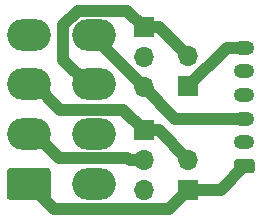
<source format=gtl>
G04 #@! TF.GenerationSoftware,KiCad,Pcbnew,(5.1.0-1558-g0ba0c1724)*
G04 #@! TF.CreationDate,2019-12-01T14:41:24-08:00*
G04 #@! TF.ProjectId,8to4Stepper,38746f34-5374-4657-9070-65722e6b6963,rev?*
G04 #@! TF.SameCoordinates,Original*
G04 #@! TF.FileFunction,Copper,L1,Top*
G04 #@! TF.FilePolarity,Positive*
%FSLAX46Y46*%
G04 Gerber Fmt 4.6, Leading zero omitted, Abs format (unit mm)*
G04 Created by KiCad (PCBNEW (5.1.0-1558-g0ba0c1724)) date 2019-12-01 14:41:24*
%MOMM*%
%LPD*%
G04 APERTURE LIST*
%ADD10O,1.700000X1.700000*%
%ADD11R,1.700000X1.700000*%
%ADD12O,3.700000X2.700000*%
%ADD13C,0.100000*%
%ADD14C,2.700000*%
%ADD15O,1.750000X1.200000*%
%ADD16C,1.200000*%
%ADD17C,1.000000*%
G04 APERTURE END LIST*
D10*
X200000000Y-115210000D03*
D11*
X200000000Y-117750000D03*
D10*
X200000000Y-123960000D03*
D11*
X200000000Y-126500000D03*
D12*
X192000000Y-113400000D03*
X192000000Y-117600000D03*
X192000000Y-121800000D03*
X192000000Y-126000000D03*
X186500000Y-113400000D03*
X186500000Y-117600000D03*
X186500000Y-121800000D03*
D13*
G36*
X188195670Y-124669030D02*
G01*
X188276776Y-124723224D01*
X188330970Y-124804330D01*
X188350000Y-124900001D01*
X188350000Y-127099999D01*
X188330970Y-127195670D01*
X188276776Y-127276776D01*
X188195670Y-127330970D01*
X188099999Y-127350000D01*
X184900001Y-127350000D01*
X184804330Y-127330970D01*
X184723224Y-127276776D01*
X184669030Y-127195670D01*
X184650000Y-127099999D01*
X184650000Y-124900001D01*
X184669030Y-124804330D01*
X184723224Y-124723224D01*
X184804330Y-124669030D01*
X184900001Y-124650000D01*
X188099999Y-124650000D01*
X188195670Y-124669030D01*
X188195670Y-124669030D01*
G37*
D14*
X186500000Y-126000000D03*
D15*
X204750000Y-114500000D03*
X204750000Y-116500000D03*
X204750000Y-118500000D03*
X204750000Y-120500000D03*
X204750000Y-122500000D03*
D13*
G36*
X205470671Y-123919030D02*
G01*
X205551777Y-123973223D01*
X205605970Y-124054329D01*
X205625000Y-124149999D01*
X205625000Y-124850001D01*
X205605970Y-124945671D01*
X205551777Y-125026777D01*
X205470671Y-125080970D01*
X205375001Y-125100000D01*
X204124999Y-125100000D01*
X204029329Y-125080970D01*
X203948223Y-125026777D01*
X203894030Y-124945671D01*
X203875000Y-124850001D01*
X203875000Y-124149999D01*
X203894030Y-124054329D01*
X203948223Y-123973223D01*
X204029329Y-123919030D01*
X204124999Y-123900000D01*
X205375001Y-123900000D01*
X205470671Y-123919030D01*
X205470671Y-123919030D01*
G37*
D16*
X204750000Y-124500000D03*
D10*
X196250000Y-117830000D03*
X196250000Y-115290000D03*
D11*
X196250000Y-112750000D03*
D10*
X196250000Y-126580000D03*
X196250000Y-124040000D03*
D11*
X196250000Y-121500000D03*
D17*
X189446790Y-112549533D02*
X190649533Y-111346790D01*
X189446790Y-115546790D02*
X189446790Y-112549533D01*
X194846790Y-111346790D02*
X196250000Y-112750000D01*
X190649533Y-111346790D02*
X194846790Y-111346790D01*
X191500000Y-117600000D02*
X189446790Y-115546790D01*
X192000000Y-117600000D02*
X191500000Y-117600000D01*
X197540000Y-112750000D02*
X200000000Y-115210000D01*
X196250000Y-112750000D02*
X197540000Y-112750000D01*
X192000000Y-113580000D02*
X196250000Y-117830000D01*
X192000000Y-113400000D02*
X192000000Y-113580000D01*
X194496790Y-119746790D02*
X196250000Y-121500000D01*
X189146790Y-119746790D02*
X194496790Y-119746790D01*
X187000000Y-117600000D02*
X189146790Y-119746790D01*
X186500000Y-117600000D02*
X187000000Y-117600000D01*
X197540000Y-121500000D02*
X200000000Y-123960000D01*
X196250000Y-121500000D02*
X197540000Y-121500000D01*
X195047919Y-124040000D02*
X196250000Y-124040000D01*
X194861129Y-123853210D02*
X195047919Y-124040000D01*
X189053210Y-123853210D02*
X194861129Y-123853210D01*
X187000000Y-121800000D02*
X189053210Y-123853210D01*
X186500000Y-121800000D02*
X187000000Y-121800000D01*
X198366799Y-128133201D02*
X200000000Y-126500000D01*
X188633201Y-128133201D02*
X198366799Y-128133201D01*
X186500000Y-126000000D02*
X188633201Y-128133201D01*
X203250000Y-114500000D02*
X204750000Y-114500000D01*
X200000000Y-117750000D02*
X203250000Y-114500000D01*
X198920000Y-120500000D02*
X204750000Y-120500000D01*
X196250000Y-117830000D02*
X198920000Y-120500000D01*
X202750000Y-126500000D02*
X204750000Y-124500000D01*
X200000000Y-126500000D02*
X202750000Y-126500000D01*
M02*

</source>
